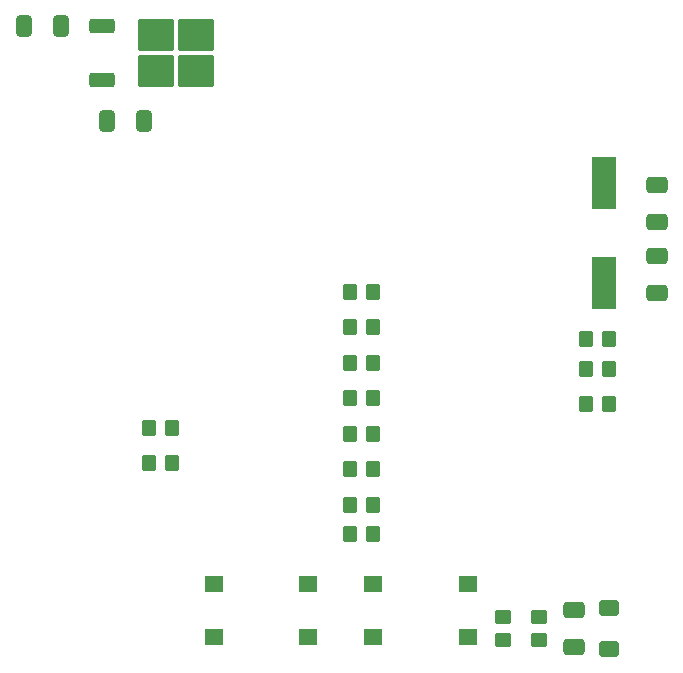
<source format=gbr>
%TF.GenerationSoftware,KiCad,Pcbnew,8.0.6*%
%TF.CreationDate,2025-02-24T13:58:07+01:00*%
%TF.ProjectId,DLA OCBEGO,444c4120-4f43-4424-9547-4f2e6b696361,rev?*%
%TF.SameCoordinates,Original*%
%TF.FileFunction,Paste,Top*%
%TF.FilePolarity,Positive*%
%FSLAX46Y46*%
G04 Gerber Fmt 4.6, Leading zero omitted, Abs format (unit mm)*
G04 Created by KiCad (PCBNEW 8.0.6) date 2025-02-24 13:58:07*
%MOMM*%
%LPD*%
G01*
G04 APERTURE LIST*
G04 Aperture macros list*
%AMRoundRect*
0 Rectangle with rounded corners*
0 $1 Rounding radius*
0 $2 $3 $4 $5 $6 $7 $8 $9 X,Y pos of 4 corners*
0 Add a 4 corners polygon primitive as box body*
4,1,4,$2,$3,$4,$5,$6,$7,$8,$9,$2,$3,0*
0 Add four circle primitives for the rounded corners*
1,1,$1+$1,$2,$3*
1,1,$1+$1,$4,$5*
1,1,$1+$1,$6,$7*
1,1,$1+$1,$8,$9*
0 Add four rect primitives between the rounded corners*
20,1,$1+$1,$2,$3,$4,$5,0*
20,1,$1+$1,$4,$5,$6,$7,0*
20,1,$1+$1,$6,$7,$8,$9,0*
20,1,$1+$1,$8,$9,$2,$3,0*%
G04 Aperture macros list end*
%ADD10RoundRect,0.250000X-0.350000X-0.450000X0.350000X-0.450000X0.350000X0.450000X-0.350000X0.450000X0*%
%ADD11R,2.000000X4.500000*%
%ADD12R,1.600000X1.400000*%
%ADD13RoundRect,0.250000X0.450000X-0.350000X0.450000X0.350000X-0.450000X0.350000X-0.450000X-0.350000X0*%
%ADD14RoundRect,0.250000X0.350000X0.450000X-0.350000X0.450000X-0.350000X-0.450000X0.350000X-0.450000X0*%
%ADD15RoundRect,0.250000X-0.650000X0.412500X-0.650000X-0.412500X0.650000X-0.412500X0.650000X0.412500X0*%
%ADD16RoundRect,0.250000X0.412500X0.650000X-0.412500X0.650000X-0.412500X-0.650000X0.412500X-0.650000X0*%
%ADD17RoundRect,0.250000X-0.850000X-0.350000X0.850000X-0.350000X0.850000X0.350000X-0.850000X0.350000X0*%
%ADD18RoundRect,0.250000X-1.275000X-1.125000X1.275000X-1.125000X1.275000X1.125000X-1.275000X1.125000X0*%
%ADD19RoundRect,0.250000X0.650000X-0.412500X0.650000X0.412500X-0.650000X0.412500X-0.650000X-0.412500X0*%
%ADD20RoundRect,0.250000X-0.412500X-0.650000X0.412500X-0.650000X0.412500X0.650000X-0.412500X0.650000X0*%
%ADD21RoundRect,0.250000X-0.600000X0.400000X-0.600000X-0.400000X0.600000X-0.400000X0.600000X0.400000X0*%
G04 APERTURE END LIST*
D10*
%TO.C,R7*%
X109000000Y-100500000D03*
X111000000Y-100500000D03*
%TD*%
D11*
%TO.C,Y1*%
X130500000Y-85250000D03*
X130500000Y-93750000D03*
%TD*%
D12*
%TO.C,SW3*%
X111000000Y-119250000D03*
X119000000Y-119250000D03*
X111000000Y-123750000D03*
X119000000Y-123750000D03*
%TD*%
D10*
%TO.C,R10*%
X109000000Y-109500000D03*
X111000000Y-109500000D03*
%TD*%
D13*
%TO.C,R13*%
X125000000Y-124000000D03*
X125000000Y-122000000D03*
%TD*%
D14*
%TO.C,R18*%
X131000000Y-101000000D03*
X129000000Y-101000000D03*
%TD*%
D13*
%TO.C,R2*%
X122000000Y-124000000D03*
X122000000Y-122000000D03*
%TD*%
D15*
%TO.C,C6*%
X128000000Y-121437500D03*
X128000000Y-124562500D03*
%TD*%
D10*
%TO.C,R8*%
X109000000Y-103500000D03*
X111000000Y-103500000D03*
%TD*%
D14*
%TO.C,R1*%
X94000000Y-109000000D03*
X92000000Y-109000000D03*
%TD*%
D10*
%TO.C,R12*%
X92000000Y-106000000D03*
X94000000Y-106000000D03*
%TD*%
%TO.C,R11*%
X109000000Y-112500000D03*
X111000000Y-112500000D03*
%TD*%
D16*
%TO.C,C1*%
X84562500Y-72000000D03*
X81437500Y-72000000D03*
%TD*%
D10*
%TO.C,R6*%
X109000000Y-97500000D03*
X111000000Y-97500000D03*
%TD*%
%TO.C,R4*%
X109000000Y-115000000D03*
X111000000Y-115000000D03*
%TD*%
D17*
%TO.C,U1*%
X88000000Y-72000000D03*
D18*
X92625000Y-72755000D03*
X92625000Y-75805000D03*
X95975000Y-72755000D03*
X95975000Y-75805000D03*
D17*
X88000000Y-76560000D03*
%TD*%
D10*
%TO.C,R9*%
X109000000Y-106500000D03*
X111000000Y-106500000D03*
%TD*%
D19*
%TO.C,C5*%
X135000000Y-88562500D03*
X135000000Y-85437500D03*
%TD*%
D10*
%TO.C,R17*%
X129000000Y-98471556D03*
X131000000Y-98471556D03*
%TD*%
D20*
%TO.C,C2*%
X88437500Y-80000000D03*
X91562500Y-80000000D03*
%TD*%
D19*
%TO.C,C4*%
X135000000Y-94562500D03*
X135000000Y-91437500D03*
%TD*%
D10*
%TO.C,R5*%
X109000000Y-94500000D03*
X111000000Y-94500000D03*
%TD*%
D14*
%TO.C,R3*%
X131000000Y-104000000D03*
X129000000Y-104000000D03*
%TD*%
D21*
%TO.C,D2*%
X131000000Y-121250000D03*
X131000000Y-124750000D03*
%TD*%
D12*
%TO.C,SW2*%
X97500000Y-119250000D03*
X105500000Y-119250000D03*
X97500000Y-123750000D03*
X105500000Y-123750000D03*
%TD*%
M02*

</source>
